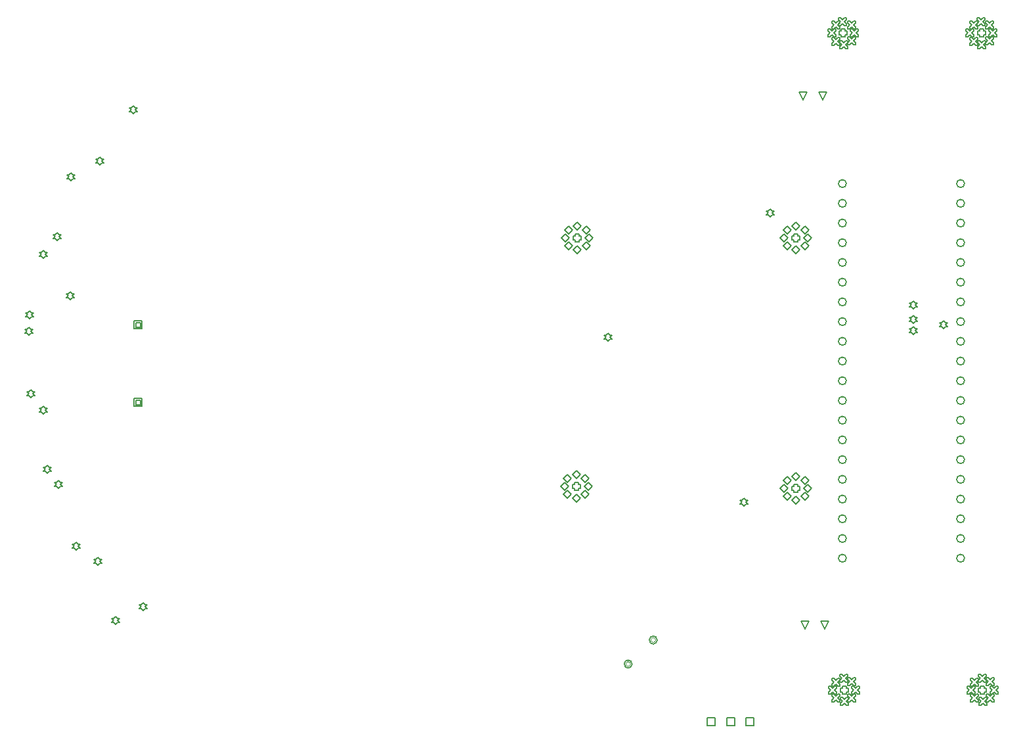
<source format=gbr>
G04*
G04 #@! TF.GenerationSoftware,Altium Limited,Altium Designer,25.5.2 (35)*
G04*
G04 Layer_Color=2752767*
%FSLAX25Y25*%
%MOIN*%
G70*
G04*
G04 #@! TF.SameCoordinates,3A6C04F0-8456-4D88-A865-9B6E00D0E649*
G04*
G04*
G04 #@! TF.FilePolarity,Positive*
G04*
G01*
G75*
%ADD14C,0.00500*%
%ADD15C,0.00400*%
%ADD76C,0.00667*%
D14*
X502709Y29000D02*
Y28000D01*
X504709D01*
Y29000D01*
X505709D01*
Y31000D01*
X504709D01*
Y32000D01*
X502709D01*
Y31000D01*
X501709D01*
Y29000D01*
X502709D01*
X501500Y34000D02*
X502500D01*
X503500Y35000D01*
X504500Y34000D01*
X505500D01*
Y35000D01*
X504500Y36000D01*
X505500Y37000D01*
Y38000D01*
X504500D01*
X503500Y37000D01*
X502500Y38000D01*
X501500D01*
Y37000D01*
X502500Y36000D01*
X501500Y35000D01*
Y34000D01*
X505500Y32500D02*
X506500D01*
X507500Y33500D01*
X508500Y32500D01*
X509500D01*
Y33500D01*
X508500Y34500D01*
X509500Y35500D01*
Y36500D01*
X508500D01*
X507500Y35500D01*
X506500Y36500D01*
X505500D01*
Y35500D01*
X506500Y34500D01*
X505500Y33500D01*
Y32500D01*
X497500Y32000D02*
X498500D01*
X499500Y33000D01*
X500500Y32000D01*
X501500D01*
Y33000D01*
X500500Y34000D01*
X501500Y35000D01*
Y36000D01*
X500500D01*
X499500Y35000D01*
X498500Y36000D01*
X497500D01*
Y35000D01*
X498500Y34000D01*
X497500Y33000D01*
Y32000D01*
X507520Y28000D02*
X508520D01*
X509520Y29000D01*
X510520Y28000D01*
X511520D01*
Y29000D01*
X510520Y30000D01*
X511520Y31000D01*
Y32000D01*
X510520D01*
X509520Y31000D01*
X508520Y32000D01*
X507520D01*
Y31000D01*
X508520Y30000D01*
X507520Y29000D01*
Y28000D01*
X502000Y22500D02*
X503000D01*
X504000Y23500D01*
X505000Y22500D01*
X506000D01*
Y23500D01*
X505000Y24500D01*
X506000Y25500D01*
Y26500D01*
X505000D01*
X504000Y25500D01*
X503000Y26500D01*
X502000D01*
Y25500D01*
X503000Y24500D01*
X502000Y23500D01*
Y22500D01*
X497500Y24000D02*
X498500D01*
X499500Y25000D01*
X500500Y24000D01*
X501500D01*
Y25000D01*
X500500Y26000D01*
X501500Y27000D01*
Y28000D01*
X500500D01*
X499500Y27000D01*
X498500Y28000D01*
X497500D01*
Y27000D01*
X498500Y26000D01*
X497500Y25000D01*
Y24000D01*
X505500D02*
X506500D01*
X507500Y25000D01*
X508500Y24000D01*
X509500D01*
Y25000D01*
X508500Y26000D01*
X509500Y27000D01*
Y28000D01*
X508500D01*
X507500Y27000D01*
X506500Y28000D01*
X505500D01*
Y27000D01*
X506500Y26000D01*
X505500Y25000D01*
Y24000D01*
X496000Y28000D02*
X497000D01*
X498000Y29000D01*
X499000Y28000D01*
X500000D01*
Y29000D01*
X499000Y30000D01*
X500000Y31000D01*
Y32000D01*
X499000D01*
X498000Y31000D01*
X497000Y32000D01*
X496000D01*
Y31000D01*
X497000Y30000D01*
X496000Y29000D01*
Y28000D01*
X432417Y29000D02*
Y28000D01*
X434417D01*
Y29000D01*
X435417D01*
Y31000D01*
X434417D01*
Y32000D01*
X432417D01*
Y31000D01*
X431417D01*
Y29000D01*
X432417D01*
X431209Y34000D02*
X432209D01*
X433209Y35000D01*
X434209Y34000D01*
X435209D01*
Y35000D01*
X434209Y36000D01*
X435209Y37000D01*
Y38000D01*
X434209D01*
X433209Y37000D01*
X432209Y38000D01*
X431209D01*
Y37000D01*
X432209Y36000D01*
X431209Y35000D01*
Y34000D01*
X435209Y32500D02*
X436209D01*
X437209Y33500D01*
X438209Y32500D01*
X439209D01*
Y33500D01*
X438209Y34500D01*
X439209Y35500D01*
Y36500D01*
X438209D01*
X437209Y35500D01*
X436209Y36500D01*
X435209D01*
Y35500D01*
X436209Y34500D01*
X435209Y33500D01*
Y32500D01*
X427209Y32000D02*
X428209D01*
X429209Y33000D01*
X430209Y32000D01*
X431209D01*
Y33000D01*
X430209Y34000D01*
X431209Y35000D01*
Y36000D01*
X430209D01*
X429209Y35000D01*
X428209Y36000D01*
X427209D01*
Y35000D01*
X428209Y34000D01*
X427209Y33000D01*
Y32000D01*
X437228Y28000D02*
X438228D01*
X439228Y29000D01*
X440228Y28000D01*
X441228D01*
Y29000D01*
X440228Y30000D01*
X441228Y31000D01*
Y32000D01*
X440228D01*
X439228Y31000D01*
X438228Y32000D01*
X437228D01*
Y31000D01*
X438228Y30000D01*
X437228Y29000D01*
Y28000D01*
X431709Y22500D02*
X432709D01*
X433709Y23500D01*
X434709Y22500D01*
X435709D01*
Y23500D01*
X434709Y24500D01*
X435709Y25500D01*
Y26500D01*
X434709D01*
X433709Y25500D01*
X432709Y26500D01*
X431709D01*
Y25500D01*
X432709Y24500D01*
X431709Y23500D01*
Y22500D01*
X427209Y24000D02*
X428209D01*
X429209Y25000D01*
X430209Y24000D01*
X431209D01*
Y25000D01*
X430209Y26000D01*
X431209Y27000D01*
Y28000D01*
X430209D01*
X429209Y27000D01*
X428209Y28000D01*
X427209D01*
Y27000D01*
X428209Y26000D01*
X427209Y25000D01*
Y24000D01*
X435209D02*
X436209D01*
X437209Y25000D01*
X438209Y24000D01*
X439209D01*
Y25000D01*
X438209Y26000D01*
X439209Y27000D01*
Y28000D01*
X438209D01*
X437209Y27000D01*
X436209Y28000D01*
X435209D01*
Y27000D01*
X436209Y26000D01*
X435209Y25000D01*
Y24000D01*
X425709Y28000D02*
X426709D01*
X427709Y29000D01*
X428709Y28000D01*
X429709D01*
Y29000D01*
X428709Y30000D01*
X429709Y31000D01*
Y32000D01*
X428709D01*
X427709Y31000D01*
X426709Y32000D01*
X425709D01*
Y31000D01*
X426709Y30000D01*
X425709Y29000D01*
Y28000D01*
X73000Y213370D02*
Y217370D01*
X77000D01*
Y213370D01*
X73000D01*
X73800Y214170D02*
Y216570D01*
X76200D01*
Y214170D01*
X73800D01*
X431882Y362500D02*
Y361500D01*
X433882D01*
Y362500D01*
X434882D01*
Y364500D01*
X433882D01*
Y365500D01*
X431882D01*
Y364500D01*
X430882D01*
Y362500D01*
X431882D01*
X431091Y355500D02*
X432091D01*
X433091Y356500D01*
X434091Y355500D01*
X435091D01*
Y356500D01*
X434091Y357500D01*
X435091Y358500D01*
Y359500D01*
X434091D01*
X433091Y358500D01*
X432091Y359500D01*
X431091D01*
Y358500D01*
X432091Y357500D01*
X431091Y356500D01*
Y355500D01*
X427091Y357000D02*
X428091D01*
X429091Y358000D01*
X430091Y357000D01*
X431091D01*
Y358000D01*
X430091Y359000D01*
X431091Y360000D01*
Y361000D01*
X430091D01*
X429091Y360000D01*
X428091Y361000D01*
X427091D01*
Y360000D01*
X428091Y359000D01*
X427091Y358000D01*
Y357000D01*
X435091Y357500D02*
X436091D01*
X437091Y358500D01*
X438091Y357500D01*
X439091D01*
Y358500D01*
X438091Y359500D01*
X439091Y360500D01*
Y361500D01*
X438091D01*
X437091Y360500D01*
X436091Y361500D01*
X435091D01*
Y360500D01*
X436091Y359500D01*
X435091Y358500D01*
Y357500D01*
X425071Y361500D02*
X426071D01*
X427071Y362500D01*
X428071Y361500D01*
X429071D01*
Y362500D01*
X428071Y363500D01*
X429071Y364500D01*
Y365500D01*
X428071D01*
X427071Y364500D01*
X426071Y365500D01*
X425071D01*
Y364500D01*
X426071Y363500D01*
X425071Y362500D01*
Y361500D01*
X430591Y367000D02*
X431591D01*
X432591Y368000D01*
X433591Y367000D01*
X434591D01*
Y368000D01*
X433591Y369000D01*
X434591Y370000D01*
Y371000D01*
X433591D01*
X432591Y370000D01*
X431591Y371000D01*
X430591D01*
Y370000D01*
X431591Y369000D01*
X430591Y368000D01*
Y367000D01*
X435091Y365500D02*
X436091D01*
X437091Y366500D01*
X438091Y365500D01*
X439091D01*
Y366500D01*
X438091Y367500D01*
X439091Y368500D01*
Y369500D01*
X438091D01*
X437091Y368500D01*
X436091Y369500D01*
X435091D01*
Y368500D01*
X436091Y367500D01*
X435091Y366500D01*
Y365500D01*
X427091D02*
X428091D01*
X429091Y366500D01*
X430091Y365500D01*
X431091D01*
Y366500D01*
X430091Y367500D01*
X431091Y368500D01*
Y369500D01*
X430091D01*
X429091Y368500D01*
X428091Y369500D01*
X427091D01*
Y368500D01*
X428091Y367500D01*
X427091Y366500D01*
Y365500D01*
X436591Y361500D02*
X437591D01*
X438591Y362500D01*
X439591Y361500D01*
X440591D01*
Y362500D01*
X439591Y363500D01*
X440591Y364500D01*
Y365500D01*
X439591D01*
X438591Y364500D01*
X437591Y365500D01*
X436591D01*
Y364500D01*
X437591Y363500D01*
X436591Y362500D01*
Y361500D01*
X502173Y362500D02*
Y361500D01*
X504173D01*
Y362500D01*
X505173D01*
Y364500D01*
X504173D01*
Y365500D01*
X502173D01*
Y364500D01*
X501173D01*
Y362500D01*
X502173D01*
X501382Y355500D02*
X502382D01*
X503382Y356500D01*
X504382Y355500D01*
X505382D01*
Y356500D01*
X504382Y357500D01*
X505382Y358500D01*
Y359500D01*
X504382D01*
X503382Y358500D01*
X502382Y359500D01*
X501382D01*
Y358500D01*
X502382Y357500D01*
X501382Y356500D01*
Y355500D01*
X497382Y357000D02*
X498382D01*
X499382Y358000D01*
X500382Y357000D01*
X501382D01*
Y358000D01*
X500382Y359000D01*
X501382Y360000D01*
Y361000D01*
X500382D01*
X499382Y360000D01*
X498382Y361000D01*
X497382D01*
Y360000D01*
X498382Y359000D01*
X497382Y358000D01*
Y357000D01*
X505382Y357500D02*
X506382D01*
X507382Y358500D01*
X508382Y357500D01*
X509382D01*
Y358500D01*
X508382Y359500D01*
X509382Y360500D01*
Y361500D01*
X508382D01*
X507382Y360500D01*
X506382Y361500D01*
X505382D01*
Y360500D01*
X506382Y359500D01*
X505382Y358500D01*
Y357500D01*
X495362Y361500D02*
X496362D01*
X497362Y362500D01*
X498362Y361500D01*
X499362D01*
Y362500D01*
X498362Y363500D01*
X499362Y364500D01*
Y365500D01*
X498362D01*
X497362Y364500D01*
X496362Y365500D01*
X495362D01*
Y364500D01*
X496362Y363500D01*
X495362Y362500D01*
Y361500D01*
X500882Y367000D02*
X501882D01*
X502882Y368000D01*
X503882Y367000D01*
X504882D01*
Y368000D01*
X503882Y369000D01*
X504882Y370000D01*
Y371000D01*
X503882D01*
X502882Y370000D01*
X501882Y371000D01*
X500882D01*
Y370000D01*
X501882Y369000D01*
X500882Y368000D01*
Y367000D01*
X505382Y365500D02*
X506382D01*
X507382Y366500D01*
X508382Y365500D01*
X509382D01*
Y366500D01*
X508382Y367500D01*
X509382Y368500D01*
Y369500D01*
X508382D01*
X507382Y368500D01*
X506382Y369500D01*
X505382D01*
Y368500D01*
X506382Y367500D01*
X505382Y366500D01*
Y365500D01*
X497382D02*
X498382D01*
X499382Y366500D01*
X500382Y365500D01*
X501382D01*
Y366500D01*
X500382Y367500D01*
X501382Y368500D01*
Y369500D01*
X500382D01*
X499382Y368500D01*
X498382Y369500D01*
X497382D01*
Y368500D01*
X498382Y367500D01*
X497382Y366500D01*
Y365500D01*
X506882Y361500D02*
X507882D01*
X508882Y362500D01*
X509882Y361500D01*
X510882D01*
Y362500D01*
X509882Y363500D01*
X510882Y364500D01*
Y365500D01*
X509882D01*
X508882Y364500D01*
X507882Y365500D01*
X506882D01*
Y364500D01*
X507882Y363500D01*
X506882Y362500D01*
Y361500D01*
X73000Y174000D02*
Y178000D01*
X77000D01*
Y174000D01*
X73000D01*
X73800Y174800D02*
Y177200D01*
X76200D01*
Y174800D01*
X73800D01*
X408000Y131500D02*
Y130500D01*
X410000D01*
Y131500D01*
X411000D01*
Y133500D01*
X410000D01*
Y134500D01*
X408000D01*
Y133500D01*
X407000D01*
Y131500D01*
X408000D01*
X296500Y132500D02*
Y131500D01*
X298500D01*
Y132500D01*
X299500D01*
Y134500D01*
X298500D01*
Y135500D01*
X296500D01*
Y134500D01*
X295500D01*
Y132500D01*
X296500D01*
X407000Y265500D02*
X409000Y267500D01*
X411000Y265500D01*
X409000Y263500D01*
X407000Y265500D01*
X413000Y259500D02*
X415000Y261500D01*
X417000Y259500D01*
X415000Y257500D01*
X413000Y259500D01*
X407000Y253500D02*
X409000Y255500D01*
X411000Y253500D01*
X409000Y251500D01*
X407000Y253500D01*
X411500Y263500D02*
X413500Y265500D01*
X415500Y263500D01*
X413500Y261500D01*
X411500Y263500D01*
Y255500D02*
X413500Y257500D01*
X415500Y255500D01*
X413500Y253500D01*
X411500Y255500D01*
X402500D02*
X404500Y257500D01*
X406500Y255500D01*
X404500Y253500D01*
X402500Y255500D01*
X408000Y258500D02*
Y257500D01*
X410000D01*
Y258500D01*
X411000D01*
Y260500D01*
X410000D01*
Y261500D01*
X408000D01*
Y260500D01*
X407000D01*
Y258500D01*
X408000D01*
X401000Y259500D02*
X403000Y261500D01*
X405000Y259500D01*
X403000Y257500D01*
X401000Y259500D01*
X402500Y263500D02*
X404500Y265500D01*
X406500Y263500D01*
X404500Y261500D01*
X402500Y263500D01*
X407000Y138500D02*
X409000Y140500D01*
X411000Y138500D01*
X409000Y136500D01*
X407000Y138500D01*
X411500Y136500D02*
X413500Y138500D01*
X415500Y136500D01*
X413500Y134500D01*
X411500Y136500D01*
X302000Y259500D02*
X304000Y261500D01*
X306000Y259500D01*
X304000Y257500D01*
X302000Y259500D01*
X296000Y253500D02*
X298000Y255500D01*
X300000Y253500D01*
X298000Y251500D01*
X296000Y253500D01*
X300500Y263500D02*
X302500Y265500D01*
X304500Y263500D01*
X302500Y261500D01*
X300500Y263500D01*
X290000Y259500D02*
X292000Y261500D01*
X294000Y259500D01*
X292000Y257500D01*
X290000Y259500D01*
X291500Y263500D02*
X293500Y265500D01*
X295500Y263500D01*
X293500Y261500D01*
X291500Y263500D01*
X300500Y255500D02*
X302500Y257500D01*
X304500Y255500D01*
X302500Y253500D01*
X300500Y255500D01*
X291500D02*
X293500Y257500D01*
X295500Y255500D01*
X293500Y253500D01*
X291500Y255500D01*
X296000Y265500D02*
X298000Y267500D01*
X300000Y265500D01*
X298000Y263500D01*
X296000Y265500D01*
X297000Y258500D02*
Y257500D01*
X299000D01*
Y258500D01*
X300000D01*
Y260500D01*
X299000D01*
Y261500D01*
X297000D01*
Y260500D01*
X296000D01*
Y258500D01*
X297000D01*
X301500Y133500D02*
X303500Y135500D01*
X305500Y133500D01*
X303500Y131500D01*
X301500Y133500D01*
X295500Y127500D02*
X297500Y129500D01*
X299500Y127500D01*
X297500Y125500D01*
X295500Y127500D01*
X300000Y137500D02*
X302000Y139500D01*
X304000Y137500D01*
X302000Y135500D01*
X300000Y137500D01*
X289500Y133500D02*
X291500Y135500D01*
X293500Y133500D01*
X291500Y131500D01*
X289500Y133500D01*
X291000Y137500D02*
X293000Y139500D01*
X295000Y137500D01*
X293000Y135500D01*
X291000Y137500D01*
X300000Y129500D02*
X302000Y131500D01*
X304000Y129500D01*
X302000Y127500D01*
X300000Y129500D01*
X291000D02*
X293000Y131500D01*
X295000Y129500D01*
X293000Y127500D01*
X291000Y129500D01*
X295500Y139500D02*
X297500Y141500D01*
X299500Y139500D01*
X297500Y137500D01*
X295500Y139500D01*
X413000Y132500D02*
X415000Y134500D01*
X417000Y132500D01*
X415000Y130500D01*
X413000Y132500D01*
X407000Y126500D02*
X409000Y128500D01*
X411000Y126500D01*
X409000Y124500D01*
X407000Y126500D01*
X401000Y132500D02*
X403000Y134500D01*
X405000Y132500D01*
X403000Y130500D01*
X401000Y132500D01*
X402500Y136500D02*
X404500Y138500D01*
X406500Y136500D01*
X404500Y134500D01*
X402500Y136500D01*
X411500Y128500D02*
X413500Y130500D01*
X415500Y128500D01*
X413500Y126500D01*
X411500Y128500D01*
X402500D02*
X404500Y130500D01*
X406500Y128500D01*
X404500Y126500D01*
X402500Y128500D01*
X373843Y12000D02*
Y16000D01*
X377843D01*
Y12000D01*
X373843D01*
X413386Y61000D02*
X411386Y65000D01*
X415386D01*
X413386Y61000D01*
X423386D02*
X421386Y65000D01*
X425386D01*
X423386Y61000D01*
X364000Y12000D02*
Y16000D01*
X368000D01*
Y12000D01*
X364000D01*
X383685D02*
Y16000D01*
X387685D01*
Y12000D01*
X383685D01*
X422500Y329500D02*
X420500Y333500D01*
X424500D01*
X422500Y329500D01*
X412500D02*
X410500Y333500D01*
X414500D01*
X412500Y329500D01*
X19826Y218338D02*
X20826Y219338D01*
X21826D01*
X20826Y220338D01*
X21826Y221338D01*
X20826D01*
X19826Y222338D01*
X18826Y221338D01*
X17826D01*
X18826Y220338D01*
X17826Y219338D01*
X18826D01*
X19826Y218338D01*
X19500Y210000D02*
X20500Y211000D01*
X21500D01*
X20500Y212000D01*
X21500Y213000D01*
X20500D01*
X19500Y214000D01*
X18500Y213000D01*
X17500D01*
X18500Y212000D01*
X17500Y211000D01*
X18500D01*
X19500Y210000D01*
X468500Y223500D02*
X469500Y224500D01*
X470500D01*
X469500Y225500D01*
X470500Y226500D01*
X469500D01*
X468500Y227500D01*
X467500Y226500D01*
X466500D01*
X467500Y225500D01*
X466500Y224500D01*
X467500D01*
X468500Y223500D01*
Y216000D02*
X469500Y217000D01*
X470500D01*
X469500Y218000D01*
X470500Y219000D01*
X469500D01*
X468500Y220000D01*
X467500Y219000D01*
X466500D01*
X467500Y218000D01*
X466500Y217000D01*
X467500D01*
X468500Y216000D01*
X313500Y207000D02*
X314500Y208000D01*
X315500D01*
X314500Y209000D01*
X315500Y210000D01*
X314500D01*
X313500Y211000D01*
X312500Y210000D01*
X311500D01*
X312500Y209000D01*
X311500Y208000D01*
X312500D01*
X313500Y207000D01*
X54500Y93500D02*
X55500Y94500D01*
X56500D01*
X55500Y95500D01*
X56500Y96500D01*
X55500D01*
X54500Y97500D01*
X53500Y96500D01*
X52500D01*
X53500Y95500D01*
X52500Y94500D01*
X53500D01*
X54500Y93500D01*
X34500Y132500D02*
X35500Y133500D01*
X36500D01*
X35500Y134500D01*
X36500Y135500D01*
X35500D01*
X34500Y136500D01*
X33500Y135500D01*
X32500D01*
X33500Y134500D01*
X32500Y133500D01*
X33500D01*
X34500Y132500D01*
X27000Y170000D02*
X28000Y171000D01*
X29000D01*
X28000Y172000D01*
X29000Y173000D01*
X28000D01*
X27000Y174000D01*
X26000Y173000D01*
X25000D01*
X26000Y172000D01*
X25000Y171000D01*
X26000D01*
X27000Y170000D01*
X72500Y322500D02*
X73500Y323500D01*
X74500D01*
X73500Y324500D01*
X74500Y325500D01*
X73500D01*
X72500Y326500D01*
X71500Y325500D01*
X70500D01*
X71500Y324500D01*
X70500Y323500D01*
X71500D01*
X72500Y322500D01*
X41000Y288500D02*
X42000Y289500D01*
X43000D01*
X42000Y290500D01*
X43000Y291500D01*
X42000D01*
X41000Y292500D01*
X40000Y291500D01*
X39000D01*
X40000Y290500D01*
X39000Y289500D01*
X40000D01*
X41000Y288500D01*
X27000Y249000D02*
X28000Y250000D01*
X29000D01*
X28000Y251000D01*
X29000Y252000D01*
X28000D01*
X27000Y253000D01*
X26000Y252000D01*
X25000D01*
X26000Y251000D01*
X25000Y250000D01*
X26000D01*
X27000Y249000D01*
X63500Y63335D02*
X64500Y64335D01*
X65500D01*
X64500Y65335D01*
X65500Y66335D01*
X64500D01*
X63500Y67335D01*
X62500Y66335D01*
X61500D01*
X62500Y65335D01*
X61500Y64335D01*
X62500D01*
X63500Y63335D01*
X77500Y70500D02*
X78500Y71500D01*
X79500D01*
X78500Y72500D01*
X79500Y73500D01*
X78500D01*
X77500Y74500D01*
X76500Y73500D01*
X75500D01*
X76500Y72500D01*
X75500Y71500D01*
X76500D01*
X77500Y70500D01*
X43500Y101000D02*
X44500Y102000D01*
X45500D01*
X44500Y103000D01*
X45500Y104000D01*
X44500D01*
X43500Y105000D01*
X42500Y104000D01*
X41500D01*
X42500Y103000D01*
X41500Y102000D01*
X42500D01*
X43500Y101000D01*
X29000Y140000D02*
X30000Y141000D01*
X31000D01*
X30000Y142000D01*
X31000Y143000D01*
X30000D01*
X29000Y144000D01*
X28000Y143000D01*
X27000D01*
X28000Y142000D01*
X27000Y141000D01*
X28000D01*
X29000Y140000D01*
X20500Y178500D02*
X21500Y179500D01*
X22500D01*
X21500Y180500D01*
X22500Y181500D01*
X21500D01*
X20500Y182500D01*
X19500Y181500D01*
X18500D01*
X19500Y180500D01*
X18500Y179500D01*
X19500D01*
X20500Y178500D01*
X484000Y213500D02*
X485000Y214500D01*
X486000D01*
X485000Y215500D01*
X486000Y216500D01*
X485000D01*
X484000Y217500D01*
X483000Y216500D01*
X482000D01*
X483000Y215500D01*
X482000Y214500D01*
X483000D01*
X484000Y213500D01*
X468500Y210500D02*
X469500Y211500D01*
X470500D01*
X469500Y212500D01*
X470500Y213500D01*
X469500D01*
X468500Y214500D01*
X467500Y213500D01*
X466500D01*
X467500Y212500D01*
X466500Y211500D01*
X467500D01*
X468500Y210500D01*
X34000Y258000D02*
X35000Y259000D01*
X36000D01*
X35000Y260000D01*
X36000Y261000D01*
X35000D01*
X34000Y262000D01*
X33000Y261000D01*
X32000D01*
X33000Y260000D01*
X32000Y259000D01*
X33000D01*
X34000Y258000D01*
X55500Y296500D02*
X56500Y297500D01*
X57500D01*
X56500Y298500D01*
X57500Y299500D01*
X56500D01*
X55500Y300500D01*
X54500Y299500D01*
X53500D01*
X54500Y298500D01*
X53500Y297500D01*
X54500D01*
X55500Y296500D01*
X40500Y228000D02*
X41500Y229000D01*
X42500D01*
X41500Y230000D01*
X42500Y231000D01*
X41500D01*
X40500Y232000D01*
X39500Y231000D01*
X38500D01*
X39500Y230000D01*
X38500Y229000D01*
X39500D01*
X40500Y228000D01*
X396000Y270000D02*
X397000Y271000D01*
X398000D01*
X397000Y272000D01*
X398000Y273000D01*
X397000D01*
X396000Y274000D01*
X395000Y273000D01*
X394000D01*
X395000Y272000D01*
X394000Y271000D01*
X395000D01*
X396000Y270000D01*
X382500Y123500D02*
X383500Y124500D01*
X384500D01*
X383500Y125500D01*
X384500Y126500D01*
X383500D01*
X382500Y127500D01*
X381500Y126500D01*
X380500D01*
X381500Y125500D01*
X380500Y124500D01*
X381500D01*
X382500Y123500D01*
D15*
X337700Y55500D02*
G03*
X337700Y55500I-1200J0D01*
G01*
X324962Y43322D02*
G03*
X324962Y43322I-1200J0D01*
G01*
D76*
X338500Y55500D02*
G03*
X338500Y55500I-2000J0D01*
G01*
X325762Y43322D02*
G03*
X325762Y43322I-2000J0D01*
G01*
X494500Y97000D02*
G03*
X494500Y97000I-2000J0D01*
G01*
Y107000D02*
G03*
X494500Y107000I-2000J0D01*
G01*
Y117000D02*
G03*
X494500Y117000I-2000J0D01*
G01*
Y127000D02*
G03*
X494500Y127000I-2000J0D01*
G01*
Y137000D02*
G03*
X494500Y137000I-2000J0D01*
G01*
Y147000D02*
G03*
X494500Y147000I-2000J0D01*
G01*
Y157000D02*
G03*
X494500Y157000I-2000J0D01*
G01*
Y167000D02*
G03*
X494500Y167000I-2000J0D01*
G01*
Y177000D02*
G03*
X494500Y177000I-2000J0D01*
G01*
Y187000D02*
G03*
X494500Y187000I-2000J0D01*
G01*
Y197000D02*
G03*
X494500Y197000I-2000J0D01*
G01*
Y207000D02*
G03*
X494500Y207000I-2000J0D01*
G01*
Y217000D02*
G03*
X494500Y217000I-2000J0D01*
G01*
Y227000D02*
G03*
X494500Y227000I-2000J0D01*
G01*
Y237000D02*
G03*
X494500Y237000I-2000J0D01*
G01*
Y247000D02*
G03*
X494500Y247000I-2000J0D01*
G01*
Y257000D02*
G03*
X494500Y257000I-2000J0D01*
G01*
Y267000D02*
G03*
X494500Y267000I-2000J0D01*
G01*
Y277000D02*
G03*
X494500Y277000I-2000J0D01*
G01*
Y287000D02*
G03*
X494500Y287000I-2000J0D01*
G01*
X434500Y107000D02*
G03*
X434500Y107000I-2000J0D01*
G01*
Y117000D02*
G03*
X434500Y117000I-2000J0D01*
G01*
Y127000D02*
G03*
X434500Y127000I-2000J0D01*
G01*
Y137000D02*
G03*
X434500Y137000I-2000J0D01*
G01*
Y147000D02*
G03*
X434500Y147000I-2000J0D01*
G01*
Y157000D02*
G03*
X434500Y157000I-2000J0D01*
G01*
Y167000D02*
G03*
X434500Y167000I-2000J0D01*
G01*
Y177000D02*
G03*
X434500Y177000I-2000J0D01*
G01*
Y217000D02*
G03*
X434500Y217000I-2000J0D01*
G01*
Y227000D02*
G03*
X434500Y227000I-2000J0D01*
G01*
Y257000D02*
G03*
X434500Y257000I-2000J0D01*
G01*
Y267000D02*
G03*
X434500Y267000I-2000J0D01*
G01*
Y277000D02*
G03*
X434500Y277000I-2000J0D01*
G01*
Y287000D02*
G03*
X434500Y287000I-2000J0D01*
G01*
Y207000D02*
G03*
X434500Y207000I-2000J0D01*
G01*
Y247000D02*
G03*
X434500Y247000I-2000J0D01*
G01*
Y187000D02*
G03*
X434500Y187000I-2000J0D01*
G01*
Y197000D02*
G03*
X434500Y197000I-2000J0D01*
G01*
Y97000D02*
G03*
X434500Y97000I-2000J0D01*
G01*
Y237000D02*
G03*
X434500Y237000I-2000J0D01*
G01*
M02*

</source>
